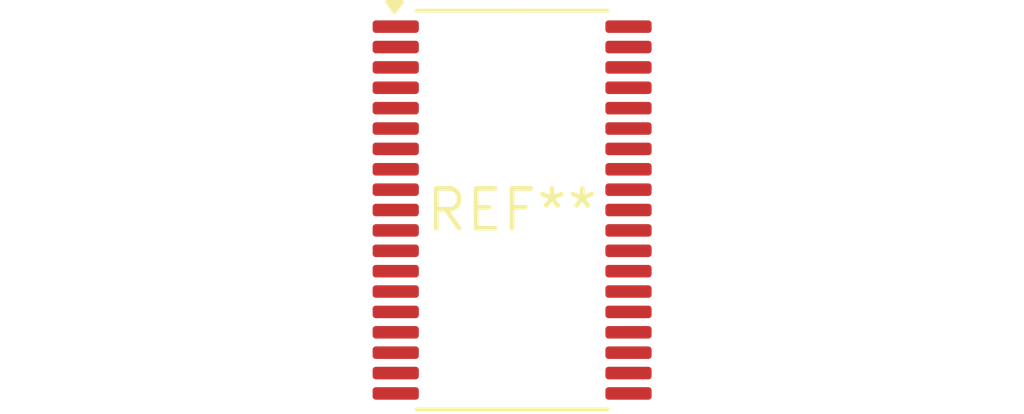
<source format=kicad_pcb>
(kicad_pcb (version 20240108) (generator pcbnew)
  (layers (0 "F.Cu" signal) (31 "B.Cu" signal) (34 "B.Paste" user) (35 "F.Paste" user) (36 "B.SilkS" user "B.Silkscreen") (37 "F.SilkS" user "F.Silkscreen") (38 "B.Mask" user) (39 "F.Mask" user) (44 "Edge.Cuts" user))
  (net 0 "")
  (footprint "TSSOP-38_6.1x12.5mm_P0.65mm" (layer "F.Cu") (at 0 0)
    (property "Reference" "REF**")
    (property "Value" "TSSOP-38_6.1x12.5mm_P0.65mm")
    (fp_line (start 0 -6.36) (end -3.05 -6.36) (layer "F.SilkS") (stroke (width 0.12)))
    (fp_line (start 0 -6.36) (end 3.05 -6.36) (layer "F.SilkS") (stroke (width 0.12)))
    (fp_line (start 0 6.36) (end -3.05 6.36) (layer "F.SilkS") (stroke (width 0.12)))
    (fp_line (start 0 6.36) (end 3.05 6.36) (layer "F.SilkS") (stroke (width 0.12)))
    (fp_poly (pts (xy -3.75 -6.31) (xy -3.99 -6.64) (xy -3.51 -6.64) (xy -3.75 -6.31)) (layer "F.SilkS") (stroke (width 0.12)) (fill solid))
    (pad "1" smd roundrect (at -3.7125 -5.85) (size 1.475 0.4) (layers "F.Cu" "F.Paste" "F.Mask"))
    (pad "2" smd roundrect (at -3.7125 -5.2) (size 1.475 0.4) (layers "F.Cu" "F.Paste" "F.Mask"))
    (pad "3" smd roundrect (at -3.7125 -4.55) (size 1.475 0.4) (layers "F.Cu" "F.Paste" "F.Mask"))
    (pad "4" smd roundrect (at -3.7125 -3.9) (size 1.475 0.4) (layers "F.Cu" "F.Paste" "F.Mask"))
    (pad "5" smd roundrect (at -3.7125 -3.25) (size 1.475 0.4) (layers "F.Cu" "F.Paste" "F.Mask"))
    (pad "6" smd roundrect (at -3.7125 -2.6) (size 1.475 0.4) (layers "F.Cu" "F.Paste" "F.Mask"))
    (pad "7" smd roundrect (at -3.7125 -1.95) (size 1.475 0.4) (layers "F.Cu" "F.Paste" "F.Mask"))
    (pad "8" smd roundrect (at -3.7125 -1.3) (size 1.475 0.4) (layers "F.Cu" "F.Paste" "F.Mask"))
    (pad "9" smd roundrect (at -3.7125 -0.65) (size 1.475 0.4) (layers "F.Cu" "F.Paste" "F.Mask"))
    (pad "10" smd roundrect (at -3.7125 0) (size 1.475 0.4) (layers "F.Cu" "F.Paste" "F.Mask"))
    (pad "11" smd roundrect (at -3.7125 0.65) (size 1.475 0.4) (layers "F.Cu" "F.Paste" "F.Mask"))
    (pad "12" smd roundrect (at -3.7125 1.3) (size 1.475 0.4) (layers "F.Cu" "F.Paste" "F.Mask"))
    (pad "13" smd roundrect (at -3.7125 1.95) (size 1.475 0.4) (layers "F.Cu" "F.Paste" "F.Mask"))
    (pad "14" smd roundrect (at -3.7125 2.6) (size 1.475 0.4) (layers "F.Cu" "F.Paste" "F.Mask"))
    (pad "15" smd roundrect (at -3.7125 3.25) (size 1.475 0.4) (layers "F.Cu" "F.Paste" "F.Mask"))
    (pad "16" smd roundrect (at -3.7125 3.9) (size 1.475 0.4) (layers "F.Cu" "F.Paste" "F.Mask"))
    (pad "17" smd roundrect (at -3.7125 4.55) (size 1.475 0.4) (layers "F.Cu" "F.Paste" "F.Mask"))
    (pad "18" smd roundrect (at -3.7125 5.2) (size 1.475 0.4) (layers "F.Cu" "F.Paste" "F.Mask"))
    (pad "19" smd roundrect (at -3.7125 5.85) (size 1.475 0.4) (layers "F.Cu" "F.Paste" "F.Mask"))
    (pad "20" smd roundrect (at 3.7125 5.85) (size 1.475 0.4) (layers "F.Cu" "F.Paste" "F.Mask"))
    (pad "21" smd roundrect (at 3.7125 5.2) (size 1.475 0.4) (layers "F.Cu" "F.Paste" "F.Mask"))
    (pad "22" smd roundrect (at 3.7125 4.55) (size 1.475 0.4) (layers "F.Cu" "F.Paste" "F.Mask"))
    (pad "23" smd roundrect (at 3.7125 3.9) (size 1.475 0.4) (layers "F.Cu" "F.Paste" "F.Mask"))
    (pad "24" smd roundrect (at 3.7125 3.25) (size 1.475 0.4) (layers "F.Cu" "F.Paste" "F.Mask"))
    (pad "25" smd roundrect (at 3.7125 2.6) (size 1.475 0.4) (layers "F.Cu" "F.Paste" "F.Mask"))
    (pad "26" smd roundrect (at 3.7125 1.95) (size 1.475 0.4) (layers "F.Cu" "F.Paste" "F.Mask"))
    (pad "27" smd roundrect (at 3.7125 1.3) (size 1.475 0.4) (layers "F.Cu" "F.Paste" "F.Mask"))
    (pad "28" smd roundrect (at 3.7125 0.65) (size 1.475 0.4) (layers "F.Cu" "F.Paste" "F.Mask"))
    (pad "29" smd roundrect (at 3.7125 0) (size 1.475 0.4) (layers "F.Cu" "F.Paste" "F.Mask"))
    (pad "30" smd roundrect (at 3.7125 -0.65) (size 1.475 0.4) (layers "F.Cu" "F.Paste" "F.Mask"))
    (pad "31" smd roundrect (at 3.7125 -1.3) (size 1.475 0.4) (layers "F.Cu" "F.Paste" "F.Mask"))
    (pad "32" smd roundrect (at 3.7125 -1.95) (size 1.475 0.4) (layers "F.Cu" "F.Paste" "F.Mask"))
    (pad "33" smd roundrect (at 3.7125 -2.6) (size 1.475 0.4) (layers "F.Cu" "F.Paste" "F.Mask"))
    (pad "34" smd roundrect (at 3.7125 -3.25) (size 1.475 0.4) (layers "F.Cu" "F.Paste" "F.Mask"))
    (pad "35" smd roundrect (at 3.7125 -3.9) (size 1.475 0.4) (layers "F.Cu" "F.Paste" "F.Mask"))
    (pad "36" smd roundrect (at 3.7125 -4.55) (size 1.475 0.4) (layers "F.Cu" "F.Paste" "F.Mask"))
    (pad "37" smd roundrect (at 3.7125 -5.2) (size 1.475 0.4) (layers "F.Cu" "F.Paste" "F.Mask"))
    (pad "38" smd roundrect (at 3.7125 -5.85) (size 1.475 0.4) (layers "F.Cu" "F.Paste" "F.Mask"))
  )
)
</source>
